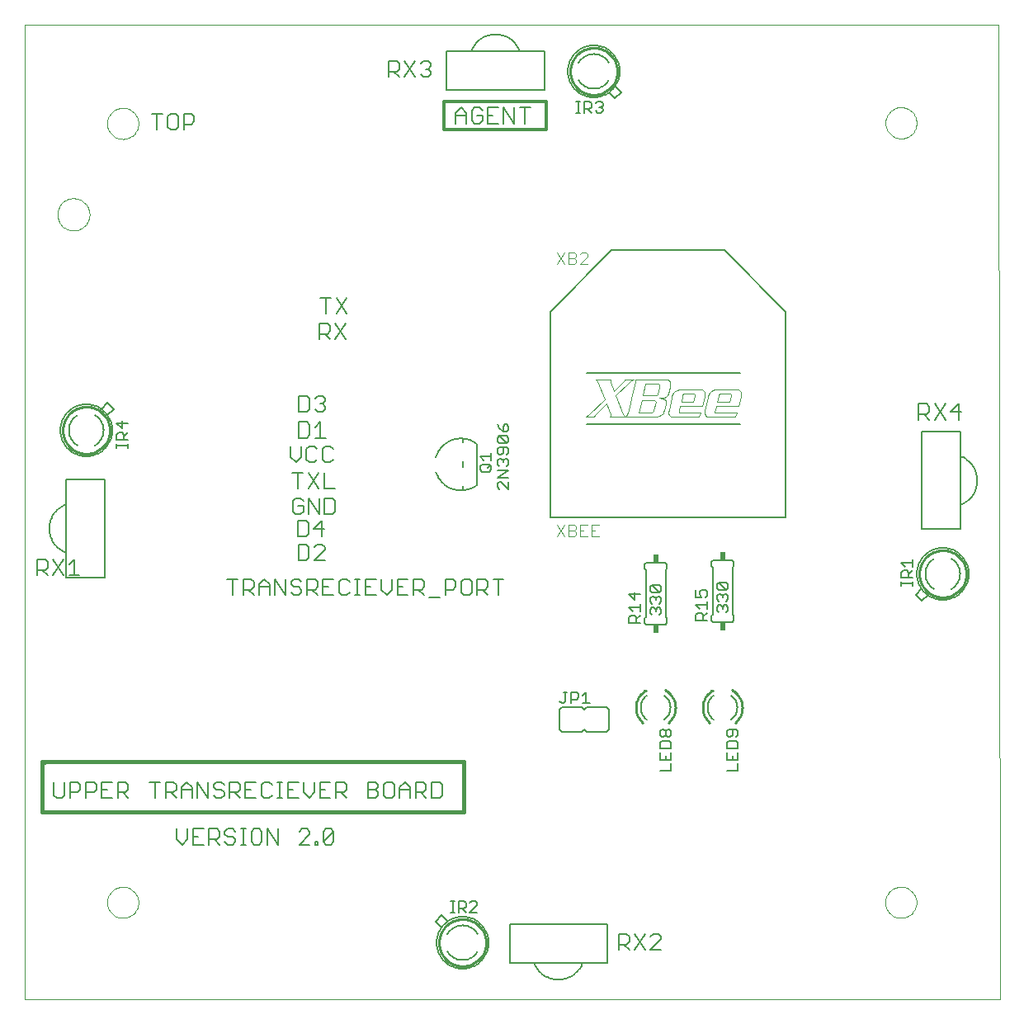
<source format=gto>
G75*
%MOIN*%
%OFA0B0*%
%FSLAX24Y24*%
%IPPOS*%
%LPD*%
%AMOC8*
5,1,8,0,0,1.08239X$1,22.5*
%
%ADD10C,0.0000*%
%ADD11C,0.0060*%
%ADD12C,0.0160*%
%ADD13C,0.0120*%
%ADD14C,0.0100*%
%ADD15C,0.0050*%
%ADD16R,0.0240X0.0340*%
%ADD17C,0.0080*%
%ADD18C,0.0040*%
D10*
X000100Y000100D02*
X000100Y039496D01*
X039464Y039496D01*
X039503Y000100D01*
X000100Y000100D01*
X003445Y004029D02*
X003447Y004079D01*
X003453Y004129D01*
X003463Y004178D01*
X003477Y004226D01*
X003494Y004273D01*
X003515Y004318D01*
X003540Y004362D01*
X003568Y004403D01*
X003600Y004442D01*
X003634Y004479D01*
X003671Y004513D01*
X003711Y004543D01*
X003753Y004570D01*
X003797Y004594D01*
X003843Y004615D01*
X003890Y004631D01*
X003938Y004644D01*
X003988Y004653D01*
X004037Y004658D01*
X004088Y004659D01*
X004138Y004656D01*
X004187Y004649D01*
X004236Y004638D01*
X004284Y004623D01*
X004330Y004605D01*
X004375Y004583D01*
X004418Y004557D01*
X004459Y004528D01*
X004498Y004496D01*
X004534Y004461D01*
X004566Y004423D01*
X004596Y004383D01*
X004623Y004340D01*
X004646Y004296D01*
X004665Y004250D01*
X004681Y004202D01*
X004693Y004153D01*
X004701Y004104D01*
X004705Y004054D01*
X004705Y004004D01*
X004701Y003954D01*
X004693Y003905D01*
X004681Y003856D01*
X004665Y003808D01*
X004646Y003762D01*
X004623Y003718D01*
X004596Y003675D01*
X004566Y003635D01*
X004534Y003597D01*
X004498Y003562D01*
X004459Y003530D01*
X004418Y003501D01*
X004375Y003475D01*
X004330Y003453D01*
X004284Y003435D01*
X004236Y003420D01*
X004187Y003409D01*
X004138Y003402D01*
X004088Y003399D01*
X004037Y003400D01*
X003988Y003405D01*
X003938Y003414D01*
X003890Y003427D01*
X003843Y003443D01*
X003797Y003464D01*
X003753Y003488D01*
X003711Y003515D01*
X003671Y003545D01*
X003634Y003579D01*
X003600Y003616D01*
X003568Y003655D01*
X003540Y003696D01*
X003515Y003740D01*
X003494Y003785D01*
X003477Y003832D01*
X003463Y003880D01*
X003453Y003929D01*
X003447Y003979D01*
X003445Y004029D01*
X001435Y031818D02*
X001437Y031868D01*
X001443Y031918D01*
X001453Y031968D01*
X001466Y032016D01*
X001483Y032064D01*
X001504Y032110D01*
X001528Y032154D01*
X001556Y032196D01*
X001587Y032236D01*
X001621Y032273D01*
X001658Y032308D01*
X001697Y032339D01*
X001738Y032368D01*
X001782Y032393D01*
X001828Y032415D01*
X001875Y032433D01*
X001923Y032447D01*
X001972Y032458D01*
X002022Y032465D01*
X002072Y032468D01*
X002123Y032467D01*
X002173Y032462D01*
X002223Y032453D01*
X002271Y032441D01*
X002319Y032424D01*
X002365Y032404D01*
X002410Y032381D01*
X002453Y032354D01*
X002493Y032324D01*
X002531Y032291D01*
X002566Y032255D01*
X002599Y032216D01*
X002628Y032175D01*
X002654Y032132D01*
X002677Y032087D01*
X002696Y032040D01*
X002711Y031992D01*
X002723Y031943D01*
X002731Y031893D01*
X002735Y031843D01*
X002735Y031793D01*
X002731Y031743D01*
X002723Y031693D01*
X002711Y031644D01*
X002696Y031596D01*
X002677Y031549D01*
X002654Y031504D01*
X002628Y031461D01*
X002599Y031420D01*
X002566Y031381D01*
X002531Y031345D01*
X002493Y031312D01*
X002453Y031282D01*
X002410Y031255D01*
X002365Y031232D01*
X002319Y031212D01*
X002271Y031195D01*
X002223Y031183D01*
X002173Y031174D01*
X002123Y031169D01*
X002072Y031168D01*
X002022Y031171D01*
X001972Y031178D01*
X001923Y031189D01*
X001875Y031203D01*
X001828Y031221D01*
X001782Y031243D01*
X001738Y031268D01*
X001697Y031297D01*
X001658Y031328D01*
X001621Y031363D01*
X001587Y031400D01*
X001556Y031440D01*
X001528Y031482D01*
X001504Y031526D01*
X001483Y031572D01*
X001466Y031620D01*
X001453Y031668D01*
X001443Y031718D01*
X001437Y031768D01*
X001435Y031818D01*
X003446Y035494D02*
X003448Y035544D01*
X003454Y035594D01*
X003464Y035643D01*
X003478Y035691D01*
X003495Y035738D01*
X003516Y035783D01*
X003541Y035827D01*
X003569Y035868D01*
X003601Y035907D01*
X003635Y035944D01*
X003672Y035978D01*
X003712Y036008D01*
X003754Y036035D01*
X003798Y036059D01*
X003844Y036080D01*
X003891Y036096D01*
X003939Y036109D01*
X003989Y036118D01*
X004038Y036123D01*
X004089Y036124D01*
X004139Y036121D01*
X004188Y036114D01*
X004237Y036103D01*
X004285Y036088D01*
X004331Y036070D01*
X004376Y036048D01*
X004419Y036022D01*
X004460Y035993D01*
X004499Y035961D01*
X004535Y035926D01*
X004567Y035888D01*
X004597Y035848D01*
X004624Y035805D01*
X004647Y035761D01*
X004666Y035715D01*
X004682Y035667D01*
X004694Y035618D01*
X004702Y035569D01*
X004706Y035519D01*
X004706Y035469D01*
X004702Y035419D01*
X004694Y035370D01*
X004682Y035321D01*
X004666Y035273D01*
X004647Y035227D01*
X004624Y035183D01*
X004597Y035140D01*
X004567Y035100D01*
X004535Y035062D01*
X004499Y035027D01*
X004460Y034995D01*
X004419Y034966D01*
X004376Y034940D01*
X004331Y034918D01*
X004285Y034900D01*
X004237Y034885D01*
X004188Y034874D01*
X004139Y034867D01*
X004089Y034864D01*
X004038Y034865D01*
X003989Y034870D01*
X003939Y034879D01*
X003891Y034892D01*
X003844Y034908D01*
X003798Y034929D01*
X003754Y034953D01*
X003712Y034980D01*
X003672Y035010D01*
X003635Y035044D01*
X003601Y035081D01*
X003569Y035120D01*
X003541Y035161D01*
X003516Y035205D01*
X003495Y035250D01*
X003478Y035297D01*
X003464Y035345D01*
X003454Y035394D01*
X003448Y035444D01*
X003446Y035494D01*
X034883Y035517D02*
X034885Y035567D01*
X034891Y035617D01*
X034901Y035666D01*
X034915Y035714D01*
X034932Y035761D01*
X034953Y035806D01*
X034978Y035850D01*
X035006Y035891D01*
X035038Y035930D01*
X035072Y035967D01*
X035109Y036001D01*
X035149Y036031D01*
X035191Y036058D01*
X035235Y036082D01*
X035281Y036103D01*
X035328Y036119D01*
X035376Y036132D01*
X035426Y036141D01*
X035475Y036146D01*
X035526Y036147D01*
X035576Y036144D01*
X035625Y036137D01*
X035674Y036126D01*
X035722Y036111D01*
X035768Y036093D01*
X035813Y036071D01*
X035856Y036045D01*
X035897Y036016D01*
X035936Y035984D01*
X035972Y035949D01*
X036004Y035911D01*
X036034Y035871D01*
X036061Y035828D01*
X036084Y035784D01*
X036103Y035738D01*
X036119Y035690D01*
X036131Y035641D01*
X036139Y035592D01*
X036143Y035542D01*
X036143Y035492D01*
X036139Y035442D01*
X036131Y035393D01*
X036119Y035344D01*
X036103Y035296D01*
X036084Y035250D01*
X036061Y035206D01*
X036034Y035163D01*
X036004Y035123D01*
X035972Y035085D01*
X035936Y035050D01*
X035897Y035018D01*
X035856Y034989D01*
X035813Y034963D01*
X035768Y034941D01*
X035722Y034923D01*
X035674Y034908D01*
X035625Y034897D01*
X035576Y034890D01*
X035526Y034887D01*
X035475Y034888D01*
X035426Y034893D01*
X035376Y034902D01*
X035328Y034915D01*
X035281Y034931D01*
X035235Y034952D01*
X035191Y034976D01*
X035149Y035003D01*
X035109Y035033D01*
X035072Y035067D01*
X035038Y035104D01*
X035006Y035143D01*
X034978Y035184D01*
X034953Y035228D01*
X034932Y035273D01*
X034915Y035320D01*
X034901Y035368D01*
X034891Y035417D01*
X034885Y035467D01*
X034883Y035517D01*
X034876Y004029D02*
X034878Y004079D01*
X034884Y004129D01*
X034894Y004178D01*
X034908Y004226D01*
X034925Y004273D01*
X034946Y004318D01*
X034971Y004362D01*
X034999Y004403D01*
X035031Y004442D01*
X035065Y004479D01*
X035102Y004513D01*
X035142Y004543D01*
X035184Y004570D01*
X035228Y004594D01*
X035274Y004615D01*
X035321Y004631D01*
X035369Y004644D01*
X035419Y004653D01*
X035468Y004658D01*
X035519Y004659D01*
X035569Y004656D01*
X035618Y004649D01*
X035667Y004638D01*
X035715Y004623D01*
X035761Y004605D01*
X035806Y004583D01*
X035849Y004557D01*
X035890Y004528D01*
X035929Y004496D01*
X035965Y004461D01*
X035997Y004423D01*
X036027Y004383D01*
X036054Y004340D01*
X036077Y004296D01*
X036096Y004250D01*
X036112Y004202D01*
X036124Y004153D01*
X036132Y004104D01*
X036136Y004054D01*
X036136Y004004D01*
X036132Y003954D01*
X036124Y003905D01*
X036112Y003856D01*
X036096Y003808D01*
X036077Y003762D01*
X036054Y003718D01*
X036027Y003675D01*
X035997Y003635D01*
X035965Y003597D01*
X035929Y003562D01*
X035890Y003530D01*
X035849Y003501D01*
X035806Y003475D01*
X035761Y003453D01*
X035715Y003435D01*
X035667Y003420D01*
X035618Y003409D01*
X035569Y003402D01*
X035519Y003399D01*
X035468Y003400D01*
X035419Y003405D01*
X035369Y003414D01*
X035321Y003427D01*
X035274Y003443D01*
X035228Y003464D01*
X035184Y003488D01*
X035142Y003515D01*
X035102Y003545D01*
X035065Y003579D01*
X035031Y003616D01*
X034999Y003655D01*
X034971Y003696D01*
X034946Y003740D01*
X034925Y003785D01*
X034908Y003832D01*
X034894Y003880D01*
X034884Y003929D01*
X034878Y003979D01*
X034876Y004029D01*
D11*
X027700Y011900D02*
X027702Y011945D01*
X027707Y011991D01*
X027715Y012035D01*
X027727Y012079D01*
X027743Y012122D01*
X027761Y012164D01*
X027783Y012204D01*
X027807Y012242D01*
X027834Y012278D01*
X027864Y012313D01*
X027897Y012344D01*
X027932Y012374D01*
X028900Y011900D02*
X028898Y011853D01*
X028892Y011805D01*
X028883Y011759D01*
X028870Y011713D01*
X028854Y011669D01*
X028833Y011625D01*
X028810Y011584D01*
X028784Y011545D01*
X028754Y011508D01*
X028721Y011473D01*
X028686Y011441D01*
X028649Y011412D01*
X028900Y011900D02*
X028898Y011946D01*
X028893Y011992D01*
X028884Y012038D01*
X028872Y012083D01*
X028856Y012126D01*
X028837Y012168D01*
X028814Y012209D01*
X028789Y012248D01*
X028761Y012284D01*
X028730Y012319D01*
X028696Y012351D01*
X028660Y012380D01*
X027700Y011900D02*
X027702Y011855D01*
X027707Y011809D01*
X027715Y011765D01*
X027727Y011721D01*
X027743Y011678D01*
X027761Y011636D01*
X027783Y011596D01*
X027807Y011558D01*
X027834Y011522D01*
X027864Y011487D01*
X027897Y011456D01*
X027932Y011426D01*
X025232Y012374D02*
X025197Y012344D01*
X025164Y012313D01*
X025134Y012278D01*
X025107Y012242D01*
X025083Y012204D01*
X025061Y012164D01*
X025043Y012122D01*
X025027Y012079D01*
X025015Y012035D01*
X025007Y011991D01*
X025002Y011945D01*
X025000Y011900D01*
X025960Y012380D02*
X025996Y012351D01*
X026030Y012319D01*
X026061Y012284D01*
X026089Y012248D01*
X026114Y012209D01*
X026137Y012168D01*
X026156Y012126D01*
X026172Y012083D01*
X026184Y012038D01*
X026193Y011992D01*
X026198Y011946D01*
X026200Y011900D01*
X025232Y011426D02*
X025197Y011456D01*
X025164Y011487D01*
X025134Y011522D01*
X025107Y011558D01*
X025083Y011596D01*
X025061Y011636D01*
X025043Y011678D01*
X025027Y011721D01*
X025015Y011765D01*
X025007Y011809D01*
X025002Y011855D01*
X025000Y011900D01*
X025949Y011412D02*
X025986Y011441D01*
X026021Y011473D01*
X026054Y011508D01*
X026084Y011545D01*
X026110Y011584D01*
X026133Y011625D01*
X026154Y011669D01*
X026170Y011713D01*
X026183Y011759D01*
X026192Y011805D01*
X026198Y011853D01*
X026200Y011900D01*
X023700Y011800D02*
X023700Y011000D01*
X023600Y010900D01*
X022800Y010900D01*
X022700Y011000D01*
X022600Y010900D01*
X021800Y010900D01*
X021700Y011000D01*
X021700Y011800D01*
X021800Y011900D01*
X022600Y011900D01*
X022700Y011800D01*
X022800Y011900D01*
X023600Y011900D01*
X023700Y011800D01*
X025250Y015250D02*
X025950Y015250D01*
X025967Y015252D01*
X025984Y015256D01*
X026000Y015263D01*
X026014Y015273D01*
X026027Y015286D01*
X026037Y015300D01*
X026044Y015316D01*
X026048Y015333D01*
X026050Y015350D01*
X026050Y015500D01*
X026000Y015550D01*
X026000Y017450D01*
X026050Y017500D01*
X026050Y017650D01*
X026048Y017667D01*
X026044Y017684D01*
X026037Y017700D01*
X026027Y017714D01*
X026014Y017727D01*
X026000Y017737D01*
X025984Y017744D01*
X025967Y017748D01*
X025950Y017750D01*
X025250Y017750D01*
X025233Y017748D01*
X025216Y017744D01*
X025200Y017737D01*
X025186Y017727D01*
X025173Y017714D01*
X025163Y017700D01*
X025156Y017684D01*
X025152Y017667D01*
X025150Y017650D01*
X025150Y017500D01*
X025200Y017450D01*
X025200Y015550D01*
X025150Y015500D01*
X025150Y015350D01*
X025152Y015333D01*
X025156Y015316D01*
X025163Y015300D01*
X025173Y015286D01*
X025186Y015273D01*
X025200Y015263D01*
X025216Y015256D01*
X025233Y015252D01*
X025250Y015250D01*
X027850Y015450D02*
X027850Y015600D01*
X027900Y015650D01*
X027900Y017550D01*
X027850Y017600D01*
X027850Y017750D01*
X027852Y017767D01*
X027856Y017784D01*
X027863Y017800D01*
X027873Y017814D01*
X027886Y017827D01*
X027900Y017837D01*
X027916Y017844D01*
X027933Y017848D01*
X027950Y017850D01*
X028650Y017850D01*
X028667Y017848D01*
X028684Y017844D01*
X028700Y017837D01*
X028714Y017827D01*
X028727Y017814D01*
X028737Y017800D01*
X028744Y017784D01*
X028748Y017767D01*
X028750Y017750D01*
X028750Y017600D01*
X028700Y017550D01*
X028700Y015650D01*
X028750Y015600D01*
X028750Y015450D01*
X028748Y015433D01*
X028744Y015416D01*
X028737Y015400D01*
X028727Y015386D01*
X028714Y015373D01*
X028700Y015363D01*
X028684Y015356D01*
X028667Y015352D01*
X028650Y015350D01*
X027950Y015350D01*
X027933Y015352D01*
X027916Y015356D01*
X027900Y015363D01*
X027886Y015373D01*
X027873Y015386D01*
X027863Y015400D01*
X027856Y015416D01*
X027852Y015433D01*
X027850Y015450D01*
X029028Y023341D02*
X022800Y023341D01*
X022800Y025429D02*
X029028Y025429D01*
X036228Y024168D02*
X036228Y023528D01*
X036228Y023741D02*
X036549Y023741D01*
X036655Y023848D01*
X036655Y024061D01*
X036549Y024168D01*
X036228Y024168D01*
X036442Y023741D02*
X036655Y023528D01*
X036873Y023528D02*
X037300Y024168D01*
X037518Y023848D02*
X037945Y023848D01*
X037838Y023528D02*
X037838Y024168D01*
X037518Y023848D01*
X037300Y023528D02*
X036873Y024168D01*
X037553Y017905D02*
X037597Y017877D01*
X037639Y017846D01*
X037678Y017811D01*
X037715Y017774D01*
X037749Y017735D01*
X037779Y017693D01*
X037807Y017649D01*
X037831Y017603D01*
X037852Y017555D01*
X037869Y017505D01*
X037883Y017455D01*
X037892Y017404D01*
X037898Y017352D01*
X037900Y017300D01*
X036150Y017300D02*
X036152Y017365D01*
X036158Y017429D01*
X036168Y017493D01*
X036182Y017556D01*
X036199Y017618D01*
X036221Y017679D01*
X036246Y017739D01*
X036275Y017797D01*
X036307Y017853D01*
X036343Y017907D01*
X036382Y017958D01*
X036424Y018007D01*
X036469Y018054D01*
X036517Y018097D01*
X036567Y018138D01*
X036620Y018175D01*
X036675Y018209D01*
X036732Y018240D01*
X036791Y018267D01*
X036851Y018290D01*
X036913Y018310D01*
X036975Y018326D01*
X037039Y018338D01*
X037103Y018346D01*
X037168Y018350D01*
X037232Y018350D01*
X037297Y018346D01*
X037361Y018338D01*
X037425Y018326D01*
X037487Y018310D01*
X037549Y018290D01*
X037609Y018267D01*
X037668Y018240D01*
X037725Y018209D01*
X037780Y018175D01*
X037833Y018138D01*
X037883Y018097D01*
X037931Y018054D01*
X037976Y018007D01*
X038018Y017958D01*
X038057Y017907D01*
X038093Y017853D01*
X038125Y017797D01*
X038154Y017739D01*
X038179Y017679D01*
X038201Y017618D01*
X038218Y017556D01*
X038232Y017493D01*
X038242Y017429D01*
X038248Y017365D01*
X038250Y017300D01*
X038248Y017235D01*
X038242Y017171D01*
X038232Y017107D01*
X038218Y017044D01*
X038201Y016982D01*
X038179Y016921D01*
X038154Y016861D01*
X038125Y016803D01*
X038093Y016747D01*
X038057Y016693D01*
X038018Y016642D01*
X037976Y016593D01*
X037931Y016546D01*
X037883Y016503D01*
X037833Y016462D01*
X037780Y016425D01*
X037725Y016391D01*
X037668Y016360D01*
X037609Y016333D01*
X037549Y016310D01*
X037487Y016290D01*
X037425Y016274D01*
X037361Y016262D01*
X037297Y016254D01*
X037232Y016250D01*
X037168Y016250D01*
X037103Y016254D01*
X037039Y016262D01*
X036975Y016274D01*
X036913Y016290D01*
X036851Y016310D01*
X036791Y016333D01*
X036732Y016360D01*
X036675Y016391D01*
X036620Y016425D01*
X036567Y016462D01*
X036517Y016503D01*
X036469Y016546D01*
X036424Y016593D01*
X036382Y016642D01*
X036343Y016693D01*
X036307Y016747D01*
X036275Y016803D01*
X036246Y016861D01*
X036221Y016921D01*
X036199Y016982D01*
X036182Y017044D01*
X036168Y017107D01*
X036158Y017171D01*
X036152Y017235D01*
X036150Y017300D01*
X036350Y016700D02*
X036100Y016450D01*
X036350Y016200D01*
X036600Y016450D01*
X037553Y016695D02*
X037597Y016723D01*
X037639Y016754D01*
X037678Y016789D01*
X037715Y016826D01*
X037749Y016865D01*
X037779Y016907D01*
X037807Y016951D01*
X037831Y016997D01*
X037852Y017045D01*
X037869Y017095D01*
X037883Y017145D01*
X037892Y017196D01*
X037898Y017248D01*
X037900Y017300D01*
X036847Y016695D02*
X036803Y016723D01*
X036761Y016754D01*
X036722Y016789D01*
X036685Y016826D01*
X036651Y016865D01*
X036621Y016907D01*
X036593Y016951D01*
X036569Y016997D01*
X036548Y017045D01*
X036531Y017095D01*
X036517Y017145D01*
X036508Y017196D01*
X036502Y017248D01*
X036500Y017300D01*
X036502Y017352D01*
X036508Y017404D01*
X036517Y017455D01*
X036531Y017505D01*
X036548Y017555D01*
X036569Y017603D01*
X036593Y017649D01*
X036621Y017693D01*
X036651Y017735D01*
X036685Y017774D01*
X036722Y017811D01*
X036761Y017846D01*
X036803Y017877D01*
X036847Y017905D01*
X025716Y002755D02*
X025502Y002755D01*
X025395Y002648D01*
X025178Y002755D02*
X024751Y002114D01*
X024533Y002114D02*
X024320Y002328D01*
X024427Y002328D02*
X024106Y002328D01*
X024106Y002114D02*
X024106Y002755D01*
X024427Y002755D01*
X024533Y002648D01*
X024533Y002435D01*
X024427Y002328D01*
X024751Y002755D02*
X025178Y002114D01*
X025395Y002114D02*
X025823Y002541D01*
X025823Y002648D01*
X025716Y002755D01*
X025823Y002114D02*
X025395Y002114D01*
X018405Y002047D02*
X018377Y002003D01*
X018346Y001961D01*
X018311Y001922D01*
X018274Y001885D01*
X018235Y001851D01*
X018193Y001821D01*
X018149Y001793D01*
X018103Y001769D01*
X018055Y001748D01*
X018005Y001731D01*
X017955Y001717D01*
X017904Y001708D01*
X017852Y001702D01*
X017800Y001700D01*
X017195Y002753D02*
X017223Y002797D01*
X017254Y002839D01*
X017289Y002878D01*
X017326Y002915D01*
X017365Y002949D01*
X017407Y002979D01*
X017451Y003007D01*
X017497Y003031D01*
X017545Y003052D01*
X017595Y003069D01*
X017645Y003083D01*
X017696Y003092D01*
X017748Y003098D01*
X017800Y003100D01*
X017200Y003250D02*
X016950Y003500D01*
X016700Y003250D01*
X016950Y003000D01*
X017195Y002047D02*
X017223Y002003D01*
X017254Y001961D01*
X017289Y001922D01*
X017326Y001885D01*
X017365Y001851D01*
X017407Y001821D01*
X017451Y001793D01*
X017497Y001769D01*
X017545Y001748D01*
X017595Y001731D01*
X017645Y001717D01*
X017696Y001708D01*
X017748Y001702D01*
X017800Y001700D01*
X018405Y002753D02*
X018377Y002797D01*
X018346Y002839D01*
X018311Y002878D01*
X018274Y002915D01*
X018235Y002949D01*
X018193Y002979D01*
X018149Y003007D01*
X018103Y003031D01*
X018055Y003052D01*
X018005Y003069D01*
X017955Y003083D01*
X017904Y003092D01*
X017852Y003098D01*
X017800Y003100D01*
X016750Y002400D02*
X016752Y002465D01*
X016758Y002529D01*
X016768Y002593D01*
X016782Y002656D01*
X016799Y002718D01*
X016821Y002779D01*
X016846Y002839D01*
X016875Y002897D01*
X016907Y002953D01*
X016943Y003007D01*
X016982Y003058D01*
X017024Y003107D01*
X017069Y003154D01*
X017117Y003197D01*
X017167Y003238D01*
X017220Y003275D01*
X017275Y003309D01*
X017332Y003340D01*
X017391Y003367D01*
X017451Y003390D01*
X017513Y003410D01*
X017575Y003426D01*
X017639Y003438D01*
X017703Y003446D01*
X017768Y003450D01*
X017832Y003450D01*
X017897Y003446D01*
X017961Y003438D01*
X018025Y003426D01*
X018087Y003410D01*
X018149Y003390D01*
X018209Y003367D01*
X018268Y003340D01*
X018325Y003309D01*
X018380Y003275D01*
X018433Y003238D01*
X018483Y003197D01*
X018531Y003154D01*
X018576Y003107D01*
X018618Y003058D01*
X018657Y003007D01*
X018693Y002953D01*
X018725Y002897D01*
X018754Y002839D01*
X018779Y002779D01*
X018801Y002718D01*
X018818Y002656D01*
X018832Y002593D01*
X018842Y002529D01*
X018848Y002465D01*
X018850Y002400D01*
X018848Y002335D01*
X018842Y002271D01*
X018832Y002207D01*
X018818Y002144D01*
X018801Y002082D01*
X018779Y002021D01*
X018754Y001961D01*
X018725Y001903D01*
X018693Y001847D01*
X018657Y001793D01*
X018618Y001742D01*
X018576Y001693D01*
X018531Y001646D01*
X018483Y001603D01*
X018433Y001562D01*
X018380Y001525D01*
X018325Y001491D01*
X018268Y001460D01*
X018209Y001433D01*
X018149Y001410D01*
X018087Y001390D01*
X018025Y001374D01*
X017961Y001362D01*
X017897Y001354D01*
X017832Y001350D01*
X017768Y001350D01*
X017703Y001354D01*
X017639Y001362D01*
X017575Y001374D01*
X017513Y001390D01*
X017451Y001410D01*
X017391Y001433D01*
X017332Y001460D01*
X017275Y001491D01*
X017220Y001525D01*
X017167Y001562D01*
X017117Y001603D01*
X017069Y001646D01*
X017024Y001693D01*
X016982Y001742D01*
X016943Y001793D01*
X016907Y001847D01*
X016875Y001903D01*
X016846Y001961D01*
X016821Y002021D01*
X016799Y002082D01*
X016782Y002144D01*
X016768Y002207D01*
X016758Y002271D01*
X016752Y002335D01*
X016750Y002400D01*
X012598Y006469D02*
X012598Y006896D01*
X012171Y006469D01*
X012278Y006363D01*
X012491Y006363D01*
X012598Y006469D01*
X012171Y006469D02*
X012171Y006896D01*
X012278Y007003D01*
X012491Y007003D01*
X012598Y006896D01*
X011956Y006469D02*
X011956Y006363D01*
X011849Y006363D01*
X011849Y006469D01*
X011956Y006469D01*
X011631Y006363D02*
X011204Y006363D01*
X011631Y006790D01*
X011631Y006896D01*
X011525Y007003D01*
X011311Y007003D01*
X011204Y006896D01*
X010342Y007003D02*
X010342Y006363D01*
X009915Y007003D01*
X009915Y006363D01*
X009698Y006469D02*
X009698Y006896D01*
X009591Y007003D01*
X009377Y007003D01*
X009271Y006896D01*
X009271Y006469D01*
X009377Y006363D01*
X009591Y006363D01*
X009698Y006469D01*
X009054Y006363D02*
X008841Y006363D01*
X008948Y006363D02*
X008948Y007003D01*
X009054Y007003D02*
X008841Y007003D01*
X008623Y006896D02*
X008517Y007003D01*
X008303Y007003D01*
X008196Y006896D01*
X008196Y006790D01*
X008303Y006683D01*
X008517Y006683D01*
X008623Y006576D01*
X008623Y006469D01*
X008517Y006363D01*
X008303Y006363D01*
X008196Y006469D01*
X007979Y006363D02*
X007765Y006576D01*
X007872Y006576D02*
X007552Y006576D01*
X007552Y006363D02*
X007552Y007003D01*
X007872Y007003D01*
X007979Y006896D01*
X007979Y006683D01*
X007872Y006576D01*
X007334Y006363D02*
X006907Y006363D01*
X006907Y007003D01*
X007334Y007003D01*
X007121Y006683D02*
X006907Y006683D01*
X006690Y006576D02*
X006690Y007003D01*
X006690Y006576D02*
X006476Y006363D01*
X006263Y006576D01*
X006263Y007003D01*
X006232Y008258D02*
X006018Y008471D01*
X006125Y008471D02*
X005805Y008471D01*
X005805Y008258D02*
X005805Y008898D01*
X006125Y008898D01*
X006232Y008792D01*
X006232Y008578D01*
X006125Y008471D01*
X006449Y008578D02*
X006876Y008578D01*
X006876Y008685D02*
X006876Y008258D01*
X007094Y008258D02*
X007094Y008898D01*
X007521Y008258D01*
X007521Y008898D01*
X007738Y008792D02*
X007738Y008685D01*
X007845Y008578D01*
X008058Y008578D01*
X008165Y008471D01*
X008165Y008364D01*
X008058Y008258D01*
X007845Y008258D01*
X007738Y008364D01*
X007738Y008792D02*
X007845Y008898D01*
X008058Y008898D01*
X008165Y008792D01*
X008383Y008898D02*
X008703Y008898D01*
X008810Y008792D01*
X008810Y008578D01*
X008703Y008471D01*
X008383Y008471D01*
X008596Y008471D02*
X008810Y008258D01*
X009027Y008258D02*
X009454Y008258D01*
X009672Y008364D02*
X009779Y008258D01*
X009992Y008258D01*
X010099Y008364D01*
X010316Y008258D02*
X010530Y008258D01*
X010423Y008258D02*
X010423Y008898D01*
X010316Y008898D02*
X010530Y008898D01*
X010746Y008898D02*
X010746Y008258D01*
X011173Y008258D01*
X011391Y008471D02*
X011604Y008258D01*
X011818Y008471D01*
X011818Y008898D01*
X012035Y008898D02*
X012035Y008258D01*
X012462Y008258D01*
X012680Y008258D02*
X012680Y008898D01*
X013000Y008898D01*
X013107Y008792D01*
X013107Y008578D01*
X013000Y008471D01*
X012680Y008471D01*
X012893Y008471D02*
X013107Y008258D01*
X013969Y008258D02*
X013969Y008898D01*
X014289Y008898D01*
X014396Y008792D01*
X014396Y008685D01*
X014289Y008578D01*
X013969Y008578D01*
X014289Y008578D02*
X014396Y008471D01*
X014396Y008364D01*
X014289Y008258D01*
X013969Y008258D01*
X014613Y008364D02*
X014720Y008258D01*
X014934Y008258D01*
X015040Y008364D01*
X015040Y008792D01*
X014934Y008898D01*
X014720Y008898D01*
X014613Y008792D01*
X014613Y008364D01*
X015258Y008258D02*
X015258Y008685D01*
X015471Y008898D01*
X015685Y008685D01*
X015685Y008258D01*
X015902Y008258D02*
X015902Y008898D01*
X016223Y008898D01*
X016329Y008792D01*
X016329Y008578D01*
X016223Y008471D01*
X015902Y008471D01*
X016116Y008471D02*
X016329Y008258D01*
X016547Y008258D02*
X016867Y008258D01*
X016974Y008364D01*
X016974Y008792D01*
X016867Y008898D01*
X016547Y008898D01*
X016547Y008258D01*
X015685Y008578D02*
X015258Y008578D01*
X012462Y008898D02*
X012035Y008898D01*
X012035Y008578D02*
X012249Y008578D01*
X011391Y008471D02*
X011391Y008898D01*
X011173Y008898D02*
X010746Y008898D01*
X010746Y008578D02*
X010960Y008578D01*
X010099Y008792D02*
X009992Y008898D01*
X009779Y008898D01*
X009672Y008792D01*
X009672Y008364D01*
X009241Y008578D02*
X009027Y008578D01*
X009027Y008898D02*
X009027Y008258D01*
X008383Y008258D02*
X008383Y008898D01*
X009027Y008898D02*
X009454Y008898D01*
X006876Y008685D02*
X006663Y008898D01*
X006449Y008685D01*
X006449Y008258D01*
X005587Y008898D02*
X005160Y008898D01*
X005373Y008898D02*
X005373Y008258D01*
X004298Y008258D02*
X004084Y008471D01*
X004191Y008471D02*
X003871Y008471D01*
X003871Y008258D02*
X003871Y008898D01*
X004191Y008898D01*
X004298Y008792D01*
X004298Y008578D01*
X004191Y008471D01*
X003653Y008258D02*
X003226Y008258D01*
X003226Y008898D01*
X003653Y008898D01*
X003440Y008578D02*
X003226Y008578D01*
X003009Y008578D02*
X003009Y008792D01*
X002902Y008898D01*
X002582Y008898D01*
X002582Y008258D01*
X002582Y008471D02*
X002902Y008471D01*
X003009Y008578D01*
X002364Y008578D02*
X002257Y008471D01*
X001937Y008471D01*
X001937Y008258D02*
X001937Y008898D01*
X002257Y008898D01*
X002364Y008792D01*
X002364Y008578D01*
X001720Y008364D02*
X001613Y008258D01*
X001399Y008258D01*
X001293Y008364D01*
X001293Y008898D01*
X001720Y008898D02*
X001720Y008364D01*
X008507Y016448D02*
X008507Y017088D01*
X008720Y017088D02*
X008293Y017088D01*
X008938Y017088D02*
X008938Y016448D01*
X008938Y016661D02*
X009258Y016661D01*
X009365Y016768D01*
X009365Y016982D01*
X009258Y017088D01*
X008938Y017088D01*
X009151Y016661D02*
X009365Y016448D01*
X009582Y016448D02*
X009582Y016875D01*
X009796Y017088D01*
X010009Y016875D01*
X010009Y016448D01*
X010227Y016448D02*
X010227Y017088D01*
X010654Y016448D01*
X010654Y017088D01*
X010871Y016982D02*
X010871Y016875D01*
X010978Y016768D01*
X011191Y016768D01*
X011298Y016661D01*
X011298Y016555D01*
X011191Y016448D01*
X010978Y016448D01*
X010871Y016555D01*
X010871Y016982D02*
X010978Y017088D01*
X011191Y017088D01*
X011298Y016982D01*
X011516Y017088D02*
X011516Y016448D01*
X011516Y016661D02*
X011836Y016661D01*
X011943Y016768D01*
X011943Y016982D01*
X011836Y017088D01*
X011516Y017088D01*
X011729Y016661D02*
X011943Y016448D01*
X012160Y016448D02*
X012587Y016448D01*
X012805Y016555D02*
X012805Y016982D01*
X012912Y017088D01*
X013125Y017088D01*
X013232Y016982D01*
X013449Y017088D02*
X013663Y017088D01*
X013556Y017088D02*
X013556Y016448D01*
X013449Y016448D02*
X013663Y016448D01*
X013879Y016448D02*
X014306Y016448D01*
X014524Y016661D02*
X014737Y016448D01*
X014951Y016661D01*
X014951Y017088D01*
X015168Y017088D02*
X015168Y016448D01*
X015595Y016448D01*
X015813Y016448D02*
X015813Y017088D01*
X016133Y017088D01*
X016240Y016982D01*
X016240Y016768D01*
X016133Y016661D01*
X015813Y016661D01*
X016026Y016661D02*
X016240Y016448D01*
X016457Y016341D02*
X016884Y016341D01*
X017102Y016448D02*
X017102Y017088D01*
X017422Y017088D01*
X017529Y016982D01*
X017529Y016768D01*
X017422Y016661D01*
X017102Y016661D01*
X017746Y016555D02*
X017853Y016448D01*
X018067Y016448D01*
X018173Y016555D01*
X018173Y016982D01*
X018067Y017088D01*
X017853Y017088D01*
X017746Y016982D01*
X017746Y016555D01*
X018391Y016661D02*
X018711Y016661D01*
X018818Y016768D01*
X018818Y016982D01*
X018711Y017088D01*
X018391Y017088D01*
X018391Y016448D01*
X018604Y016661D02*
X018818Y016448D01*
X019249Y016448D02*
X019249Y017088D01*
X019036Y017088D02*
X019463Y017088D01*
X017830Y020675D02*
X017830Y020833D01*
X018380Y020895D02*
X018380Y022545D01*
X017830Y022607D02*
X017830Y022765D01*
X017830Y021833D02*
X017830Y021607D01*
X018380Y020895D02*
X018329Y020858D01*
X018276Y020823D01*
X018220Y020791D01*
X018163Y020763D01*
X018104Y020739D01*
X018044Y020718D01*
X017983Y020701D01*
X017921Y020687D01*
X017858Y020678D01*
X017795Y020672D01*
X017731Y020670D01*
X017667Y020672D01*
X017604Y020678D01*
X017541Y020687D01*
X017479Y020700D01*
X017418Y020718D01*
X017358Y020738D01*
X017299Y020763D01*
X017242Y020791D01*
X017186Y020822D01*
X017133Y020856D01*
X017082Y020894D01*
X017033Y020935D01*
X016987Y020979D01*
X016943Y021025D01*
X016902Y021074D01*
X016865Y021125D01*
X016830Y021179D01*
X016799Y021234D01*
X016771Y021291D01*
X016747Y021350D01*
X016727Y021410D01*
X016727Y022030D02*
X016747Y022090D01*
X016771Y022149D01*
X016799Y022206D01*
X016830Y022261D01*
X016865Y022315D01*
X016902Y022366D01*
X016943Y022415D01*
X016987Y022461D01*
X017033Y022505D01*
X017082Y022546D01*
X017133Y022584D01*
X017186Y022618D01*
X017242Y022650D01*
X017299Y022677D01*
X017358Y022702D01*
X017418Y022722D01*
X017479Y022740D01*
X017541Y022753D01*
X017604Y022762D01*
X017667Y022768D01*
X017731Y022770D01*
X017795Y022768D01*
X017858Y022762D01*
X017921Y022753D01*
X017983Y022739D01*
X018044Y022722D01*
X018104Y022701D01*
X018163Y022677D01*
X018220Y022649D01*
X018276Y022617D01*
X018329Y022582D01*
X018380Y022545D01*
X015595Y017088D02*
X015168Y017088D01*
X015168Y016768D02*
X015382Y016768D01*
X014524Y016661D02*
X014524Y017088D01*
X014306Y017088D02*
X013879Y017088D01*
X013879Y016448D01*
X013879Y016768D02*
X014093Y016768D01*
X013232Y016555D02*
X013125Y016448D01*
X012912Y016448D01*
X012805Y016555D01*
X012374Y016768D02*
X012160Y016768D01*
X012160Y017088D02*
X012160Y016448D01*
X012160Y017088D02*
X012587Y017088D01*
X012237Y017839D02*
X011810Y017839D01*
X012237Y018266D01*
X012237Y018372D01*
X012130Y018479D01*
X011917Y018479D01*
X011810Y018372D01*
X011592Y018372D02*
X011486Y018479D01*
X011165Y018479D01*
X011165Y017839D01*
X011486Y017839D01*
X011592Y017945D01*
X011592Y018372D01*
X011474Y018807D02*
X011581Y018914D01*
X011581Y019341D01*
X011474Y019448D01*
X011154Y019448D01*
X011154Y018807D01*
X011474Y018807D01*
X011798Y019127D02*
X012225Y019127D01*
X012118Y018807D02*
X012118Y019448D01*
X011798Y019127D01*
X011587Y019723D02*
X011587Y020364D01*
X012014Y019723D01*
X012014Y020364D01*
X012231Y020364D02*
X012551Y020364D01*
X012658Y020257D01*
X012658Y019830D01*
X012551Y019723D01*
X012231Y019723D01*
X012231Y020364D01*
X012210Y020732D02*
X012637Y020732D01*
X012210Y020732D02*
X012210Y021373D01*
X011993Y021373D02*
X011566Y020732D01*
X011993Y020732D02*
X011566Y021373D01*
X011348Y021373D02*
X010921Y021373D01*
X011135Y021373D02*
X011135Y020732D01*
X011049Y020364D02*
X010942Y020257D01*
X010942Y019830D01*
X011049Y019723D01*
X011262Y019723D01*
X011369Y019830D01*
X011369Y020043D01*
X011156Y020043D01*
X011369Y020257D02*
X011262Y020364D01*
X011049Y020364D01*
X011066Y021813D02*
X011279Y022026D01*
X011279Y022453D01*
X011497Y022347D02*
X011497Y021919D01*
X011604Y021813D01*
X011817Y021813D01*
X011924Y021919D01*
X012141Y021919D02*
X012248Y021813D01*
X012462Y021813D01*
X012568Y021919D01*
X012141Y021919D02*
X012141Y022347D01*
X012248Y022453D01*
X012462Y022453D01*
X012568Y022347D01*
X012269Y022795D02*
X011841Y022795D01*
X012055Y022795D02*
X012055Y023436D01*
X011841Y023222D01*
X011624Y023329D02*
X011517Y023436D01*
X011197Y023436D01*
X011197Y022795D01*
X011517Y022795D01*
X011624Y022902D01*
X011624Y023329D01*
X011509Y023847D02*
X011189Y023847D01*
X011189Y024487D01*
X011509Y024487D01*
X011616Y024380D01*
X011616Y023953D01*
X011509Y023847D01*
X011834Y023953D02*
X011940Y023847D01*
X012154Y023847D01*
X012261Y023953D01*
X012261Y024060D01*
X012154Y024167D01*
X012047Y024167D01*
X012154Y024167D02*
X012261Y024274D01*
X012261Y024380D01*
X012154Y024487D01*
X011940Y024487D01*
X011834Y024380D01*
X011817Y022453D02*
X011604Y022453D01*
X011497Y022347D01*
X011817Y022453D02*
X011924Y022347D01*
X011066Y021813D02*
X010852Y022026D01*
X010852Y022453D01*
X012020Y026784D02*
X012020Y027424D01*
X012340Y027424D01*
X012447Y027317D01*
X012447Y027104D01*
X012340Y026997D01*
X012020Y026997D01*
X012233Y026997D02*
X012447Y026784D01*
X012664Y026784D02*
X013091Y027424D01*
X013131Y027807D02*
X012704Y028448D01*
X012486Y028448D02*
X012059Y028448D01*
X012273Y028448D02*
X012273Y027807D01*
X012664Y027424D02*
X013091Y026784D01*
X012704Y027807D02*
X013131Y028448D01*
X017528Y035493D02*
X017528Y035920D01*
X017742Y036134D01*
X017955Y035920D01*
X017955Y035493D01*
X018173Y035600D02*
X018280Y035493D01*
X018493Y035493D01*
X018600Y035600D01*
X018600Y035813D01*
X018386Y035813D01*
X018173Y036027D02*
X018173Y035600D01*
X017955Y035813D02*
X017528Y035813D01*
X018173Y036027D02*
X018280Y036134D01*
X018493Y036134D01*
X018600Y036027D01*
X018817Y036134D02*
X018817Y035493D01*
X019244Y035493D01*
X019462Y035493D02*
X019462Y036134D01*
X019889Y035493D01*
X019889Y036134D01*
X020106Y036134D02*
X020533Y036134D01*
X020320Y036134D02*
X020320Y035493D01*
X019244Y036134D02*
X018817Y036134D01*
X018817Y035813D02*
X019031Y035813D01*
X016531Y037481D02*
X016424Y037374D01*
X016211Y037374D01*
X016104Y037481D01*
X015887Y037374D02*
X015460Y038015D01*
X015242Y037908D02*
X015242Y037694D01*
X015135Y037588D01*
X014815Y037588D01*
X015029Y037588D02*
X015242Y037374D01*
X015460Y037374D02*
X015887Y038015D01*
X016104Y037908D02*
X016211Y038015D01*
X016424Y038015D01*
X016531Y037908D01*
X016531Y037801D01*
X016424Y037694D01*
X016531Y037588D01*
X016531Y037481D01*
X016424Y037694D02*
X016318Y037694D01*
X015242Y037908D02*
X015135Y038015D01*
X014815Y038015D01*
X014815Y037374D01*
X006964Y035782D02*
X006964Y035568D01*
X006857Y035462D01*
X006537Y035462D01*
X006537Y035248D02*
X006537Y035889D01*
X006857Y035889D01*
X006964Y035782D01*
X006320Y035782D02*
X006320Y035355D01*
X006213Y035248D01*
X005999Y035248D01*
X005893Y035355D01*
X005893Y035782D01*
X005999Y035889D01*
X006213Y035889D01*
X006320Y035782D01*
X005675Y035889D02*
X005248Y035889D01*
X005462Y035889D02*
X005462Y035248D01*
X003450Y024200D02*
X003700Y023950D01*
X003450Y023700D01*
X003200Y023950D02*
X003450Y024200D01*
X002247Y023705D02*
X002203Y023677D01*
X002161Y023646D01*
X002122Y023611D01*
X002085Y023574D01*
X002051Y023535D01*
X002021Y023493D01*
X001993Y023449D01*
X001969Y023403D01*
X001948Y023355D01*
X001931Y023305D01*
X001917Y023255D01*
X001908Y023204D01*
X001902Y023152D01*
X001900Y023100D01*
X002953Y023705D02*
X002997Y023677D01*
X003039Y023646D01*
X003078Y023611D01*
X003115Y023574D01*
X003149Y023535D01*
X003179Y023493D01*
X003207Y023449D01*
X003231Y023403D01*
X003252Y023355D01*
X003269Y023305D01*
X003283Y023255D01*
X003292Y023204D01*
X003298Y023152D01*
X003300Y023100D01*
X001550Y023100D02*
X001552Y023165D01*
X001558Y023229D01*
X001568Y023293D01*
X001582Y023356D01*
X001599Y023418D01*
X001621Y023479D01*
X001646Y023539D01*
X001675Y023597D01*
X001707Y023653D01*
X001743Y023707D01*
X001782Y023758D01*
X001824Y023807D01*
X001869Y023854D01*
X001917Y023897D01*
X001967Y023938D01*
X002020Y023975D01*
X002075Y024009D01*
X002132Y024040D01*
X002191Y024067D01*
X002251Y024090D01*
X002313Y024110D01*
X002375Y024126D01*
X002439Y024138D01*
X002503Y024146D01*
X002568Y024150D01*
X002632Y024150D01*
X002697Y024146D01*
X002761Y024138D01*
X002825Y024126D01*
X002887Y024110D01*
X002949Y024090D01*
X003009Y024067D01*
X003068Y024040D01*
X003125Y024009D01*
X003180Y023975D01*
X003233Y023938D01*
X003283Y023897D01*
X003331Y023854D01*
X003376Y023807D01*
X003418Y023758D01*
X003457Y023707D01*
X003493Y023653D01*
X003525Y023597D01*
X003554Y023539D01*
X003579Y023479D01*
X003601Y023418D01*
X003618Y023356D01*
X003632Y023293D01*
X003642Y023229D01*
X003648Y023165D01*
X003650Y023100D01*
X003648Y023035D01*
X003642Y022971D01*
X003632Y022907D01*
X003618Y022844D01*
X003601Y022782D01*
X003579Y022721D01*
X003554Y022661D01*
X003525Y022603D01*
X003493Y022547D01*
X003457Y022493D01*
X003418Y022442D01*
X003376Y022393D01*
X003331Y022346D01*
X003283Y022303D01*
X003233Y022262D01*
X003180Y022225D01*
X003125Y022191D01*
X003068Y022160D01*
X003009Y022133D01*
X002949Y022110D01*
X002887Y022090D01*
X002825Y022074D01*
X002761Y022062D01*
X002697Y022054D01*
X002632Y022050D01*
X002568Y022050D01*
X002503Y022054D01*
X002439Y022062D01*
X002375Y022074D01*
X002313Y022090D01*
X002251Y022110D01*
X002191Y022133D01*
X002132Y022160D01*
X002075Y022191D01*
X002020Y022225D01*
X001967Y022262D01*
X001917Y022303D01*
X001869Y022346D01*
X001824Y022393D01*
X001782Y022442D01*
X001743Y022493D01*
X001707Y022547D01*
X001675Y022603D01*
X001646Y022661D01*
X001621Y022721D01*
X001599Y022782D01*
X001582Y022844D01*
X001568Y022907D01*
X001558Y022971D01*
X001552Y023035D01*
X001550Y023100D01*
X002953Y022495D02*
X002997Y022523D01*
X003039Y022554D01*
X003078Y022589D01*
X003115Y022626D01*
X003149Y022665D01*
X003179Y022707D01*
X003207Y022751D01*
X003231Y022797D01*
X003252Y022845D01*
X003269Y022895D01*
X003283Y022945D01*
X003292Y022996D01*
X003298Y023048D01*
X003300Y023100D01*
X002247Y022495D02*
X002203Y022523D01*
X002161Y022554D01*
X002122Y022589D01*
X002085Y022626D01*
X002051Y022665D01*
X002021Y022707D01*
X001993Y022751D01*
X001969Y022797D01*
X001948Y022845D01*
X001931Y022895D01*
X001917Y022945D01*
X001908Y022996D01*
X001902Y023048D01*
X001900Y023100D01*
X001687Y017879D02*
X001260Y017239D01*
X001042Y017239D02*
X000829Y017452D01*
X000935Y017452D02*
X000615Y017452D01*
X000615Y017239D02*
X000615Y017879D01*
X000935Y017879D01*
X001042Y017773D01*
X001042Y017559D01*
X000935Y017452D01*
X001260Y017879D02*
X001687Y017239D01*
X001904Y017239D02*
X002331Y017239D01*
X002118Y017239D02*
X002118Y017879D01*
X001904Y017666D01*
X009582Y016768D02*
X010009Y016768D01*
X023950Y036500D02*
X023700Y036750D01*
X023950Y037000D02*
X024200Y036750D01*
X023950Y036500D01*
X023705Y037953D02*
X023677Y037997D01*
X023646Y038039D01*
X023611Y038078D01*
X023574Y038115D01*
X023535Y038149D01*
X023493Y038179D01*
X023449Y038207D01*
X023403Y038231D01*
X023355Y038252D01*
X023305Y038269D01*
X023255Y038283D01*
X023204Y038292D01*
X023152Y038298D01*
X023100Y038300D01*
X022050Y037600D02*
X022052Y037665D01*
X022058Y037729D01*
X022068Y037793D01*
X022082Y037856D01*
X022099Y037918D01*
X022121Y037979D01*
X022146Y038039D01*
X022175Y038097D01*
X022207Y038153D01*
X022243Y038207D01*
X022282Y038258D01*
X022324Y038307D01*
X022369Y038354D01*
X022417Y038397D01*
X022467Y038438D01*
X022520Y038475D01*
X022575Y038509D01*
X022632Y038540D01*
X022691Y038567D01*
X022751Y038590D01*
X022813Y038610D01*
X022875Y038626D01*
X022939Y038638D01*
X023003Y038646D01*
X023068Y038650D01*
X023132Y038650D01*
X023197Y038646D01*
X023261Y038638D01*
X023325Y038626D01*
X023387Y038610D01*
X023449Y038590D01*
X023509Y038567D01*
X023568Y038540D01*
X023625Y038509D01*
X023680Y038475D01*
X023733Y038438D01*
X023783Y038397D01*
X023831Y038354D01*
X023876Y038307D01*
X023918Y038258D01*
X023957Y038207D01*
X023993Y038153D01*
X024025Y038097D01*
X024054Y038039D01*
X024079Y037979D01*
X024101Y037918D01*
X024118Y037856D01*
X024132Y037793D01*
X024142Y037729D01*
X024148Y037665D01*
X024150Y037600D01*
X024148Y037535D01*
X024142Y037471D01*
X024132Y037407D01*
X024118Y037344D01*
X024101Y037282D01*
X024079Y037221D01*
X024054Y037161D01*
X024025Y037103D01*
X023993Y037047D01*
X023957Y036993D01*
X023918Y036942D01*
X023876Y036893D01*
X023831Y036846D01*
X023783Y036803D01*
X023733Y036762D01*
X023680Y036725D01*
X023625Y036691D01*
X023568Y036660D01*
X023509Y036633D01*
X023449Y036610D01*
X023387Y036590D01*
X023325Y036574D01*
X023261Y036562D01*
X023197Y036554D01*
X023132Y036550D01*
X023068Y036550D01*
X023003Y036554D01*
X022939Y036562D01*
X022875Y036574D01*
X022813Y036590D01*
X022751Y036610D01*
X022691Y036633D01*
X022632Y036660D01*
X022575Y036691D01*
X022520Y036725D01*
X022467Y036762D01*
X022417Y036803D01*
X022369Y036846D01*
X022324Y036893D01*
X022282Y036942D01*
X022243Y036993D01*
X022207Y037047D01*
X022175Y037103D01*
X022146Y037161D01*
X022121Y037221D01*
X022099Y037282D01*
X022082Y037344D01*
X022068Y037407D01*
X022058Y037471D01*
X022052Y037535D01*
X022050Y037600D01*
X022495Y037953D02*
X022523Y037997D01*
X022554Y038039D01*
X022589Y038078D01*
X022626Y038115D01*
X022665Y038149D01*
X022707Y038179D01*
X022751Y038207D01*
X022797Y038231D01*
X022845Y038252D01*
X022895Y038269D01*
X022945Y038283D01*
X022996Y038292D01*
X023048Y038298D01*
X023100Y038300D01*
X023705Y037247D02*
X023677Y037203D01*
X023646Y037161D01*
X023611Y037122D01*
X023574Y037085D01*
X023535Y037051D01*
X023493Y037021D01*
X023449Y036993D01*
X023403Y036969D01*
X023355Y036948D01*
X023305Y036931D01*
X023255Y036917D01*
X023204Y036908D01*
X023152Y036902D01*
X023100Y036900D01*
X023048Y036902D01*
X022996Y036908D01*
X022945Y036917D01*
X022895Y036931D01*
X022845Y036948D01*
X022797Y036969D01*
X022751Y036993D01*
X022707Y037021D01*
X022665Y037051D01*
X022626Y037085D01*
X022589Y037122D01*
X022554Y037161D01*
X022523Y037203D01*
X022495Y037247D01*
D12*
X017832Y009699D02*
X000867Y009699D01*
X000900Y009699D02*
X000900Y009666D01*
X000900Y009699D02*
X000800Y009699D01*
X000800Y007666D01*
X017832Y007666D01*
X017832Y009699D01*
D13*
X017032Y035263D02*
X017032Y036396D01*
X021198Y036396D01*
X021198Y035263D01*
X017032Y035263D01*
D14*
X022150Y037600D02*
X022152Y037661D01*
X022158Y037723D01*
X022168Y037783D01*
X022182Y037843D01*
X022199Y037902D01*
X022221Y037960D01*
X022246Y038016D01*
X022275Y038071D01*
X022307Y038123D01*
X022342Y038173D01*
X022381Y038221D01*
X022423Y038266D01*
X022467Y038309D01*
X022515Y038348D01*
X022564Y038385D01*
X022616Y038418D01*
X022670Y038447D01*
X022726Y038473D01*
X022783Y038496D01*
X022842Y038514D01*
X022901Y038529D01*
X022962Y038540D01*
X023023Y038547D01*
X023085Y038550D01*
X023146Y038549D01*
X023207Y038544D01*
X023268Y038535D01*
X023328Y038522D01*
X023388Y038505D01*
X023446Y038485D01*
X023502Y038461D01*
X023557Y038433D01*
X023610Y038401D01*
X023661Y038367D01*
X023709Y038329D01*
X023755Y038288D01*
X023798Y038244D01*
X023839Y038197D01*
X023876Y038148D01*
X023910Y038097D01*
X023940Y038044D01*
X023967Y037988D01*
X023990Y037931D01*
X024010Y037873D01*
X024026Y037814D01*
X024038Y037753D01*
X024046Y037692D01*
X024050Y037631D01*
X024050Y037569D01*
X024046Y037508D01*
X024038Y037447D01*
X024026Y037386D01*
X024010Y037327D01*
X023990Y037269D01*
X023967Y037212D01*
X023940Y037156D01*
X023910Y037103D01*
X023876Y037052D01*
X023839Y037003D01*
X023798Y036956D01*
X023755Y036912D01*
X023709Y036871D01*
X023661Y036833D01*
X023610Y036799D01*
X023557Y036767D01*
X023502Y036739D01*
X023446Y036715D01*
X023388Y036695D01*
X023328Y036678D01*
X023268Y036665D01*
X023207Y036656D01*
X023146Y036651D01*
X023085Y036650D01*
X023023Y036653D01*
X022962Y036660D01*
X022901Y036671D01*
X022842Y036686D01*
X022783Y036704D01*
X022726Y036727D01*
X022670Y036753D01*
X022616Y036782D01*
X022564Y036815D01*
X022515Y036852D01*
X022467Y036891D01*
X022423Y036934D01*
X022381Y036979D01*
X022342Y037027D01*
X022307Y037077D01*
X022275Y037129D01*
X022246Y037184D01*
X022221Y037240D01*
X022199Y037298D01*
X022182Y037357D01*
X022168Y037417D01*
X022158Y037477D01*
X022152Y037539D01*
X022150Y037600D01*
X001650Y023100D02*
X001652Y023161D01*
X001658Y023223D01*
X001668Y023283D01*
X001682Y023343D01*
X001699Y023402D01*
X001721Y023460D01*
X001746Y023516D01*
X001775Y023571D01*
X001807Y023623D01*
X001842Y023673D01*
X001881Y023721D01*
X001923Y023766D01*
X001967Y023809D01*
X002015Y023848D01*
X002064Y023885D01*
X002116Y023918D01*
X002170Y023947D01*
X002226Y023973D01*
X002283Y023996D01*
X002342Y024014D01*
X002401Y024029D01*
X002462Y024040D01*
X002523Y024047D01*
X002585Y024050D01*
X002646Y024049D01*
X002707Y024044D01*
X002768Y024035D01*
X002828Y024022D01*
X002888Y024005D01*
X002946Y023985D01*
X003002Y023961D01*
X003057Y023933D01*
X003110Y023901D01*
X003161Y023867D01*
X003209Y023829D01*
X003255Y023788D01*
X003298Y023744D01*
X003339Y023697D01*
X003376Y023648D01*
X003410Y023597D01*
X003440Y023544D01*
X003467Y023488D01*
X003490Y023431D01*
X003510Y023373D01*
X003526Y023314D01*
X003538Y023253D01*
X003546Y023192D01*
X003550Y023131D01*
X003550Y023069D01*
X003546Y023008D01*
X003538Y022947D01*
X003526Y022886D01*
X003510Y022827D01*
X003490Y022769D01*
X003467Y022712D01*
X003440Y022656D01*
X003410Y022603D01*
X003376Y022552D01*
X003339Y022503D01*
X003298Y022456D01*
X003255Y022412D01*
X003209Y022371D01*
X003161Y022333D01*
X003110Y022299D01*
X003057Y022267D01*
X003002Y022239D01*
X002946Y022215D01*
X002888Y022195D01*
X002828Y022178D01*
X002768Y022165D01*
X002707Y022156D01*
X002646Y022151D01*
X002585Y022150D01*
X002523Y022153D01*
X002462Y022160D01*
X002401Y022171D01*
X002342Y022186D01*
X002283Y022204D01*
X002226Y022227D01*
X002170Y022253D01*
X002116Y022282D01*
X002064Y022315D01*
X002015Y022352D01*
X001967Y022391D01*
X001923Y022434D01*
X001881Y022479D01*
X001842Y022527D01*
X001807Y022577D01*
X001775Y022629D01*
X001746Y022684D01*
X001721Y022740D01*
X001699Y022798D01*
X001682Y022857D01*
X001668Y022917D01*
X001658Y022977D01*
X001652Y023039D01*
X001650Y023100D01*
X016850Y002400D02*
X016852Y002461D01*
X016858Y002523D01*
X016868Y002583D01*
X016882Y002643D01*
X016899Y002702D01*
X016921Y002760D01*
X016946Y002816D01*
X016975Y002871D01*
X017007Y002923D01*
X017042Y002973D01*
X017081Y003021D01*
X017123Y003066D01*
X017167Y003109D01*
X017215Y003148D01*
X017264Y003185D01*
X017316Y003218D01*
X017370Y003247D01*
X017426Y003273D01*
X017483Y003296D01*
X017542Y003314D01*
X017601Y003329D01*
X017662Y003340D01*
X017723Y003347D01*
X017785Y003350D01*
X017846Y003349D01*
X017907Y003344D01*
X017968Y003335D01*
X018028Y003322D01*
X018088Y003305D01*
X018146Y003285D01*
X018202Y003261D01*
X018257Y003233D01*
X018310Y003201D01*
X018361Y003167D01*
X018409Y003129D01*
X018455Y003088D01*
X018498Y003044D01*
X018539Y002997D01*
X018576Y002948D01*
X018610Y002897D01*
X018640Y002844D01*
X018667Y002788D01*
X018690Y002731D01*
X018710Y002673D01*
X018726Y002614D01*
X018738Y002553D01*
X018746Y002492D01*
X018750Y002431D01*
X018750Y002369D01*
X018746Y002308D01*
X018738Y002247D01*
X018726Y002186D01*
X018710Y002127D01*
X018690Y002069D01*
X018667Y002012D01*
X018640Y001956D01*
X018610Y001903D01*
X018576Y001852D01*
X018539Y001803D01*
X018498Y001756D01*
X018455Y001712D01*
X018409Y001671D01*
X018361Y001633D01*
X018310Y001599D01*
X018257Y001567D01*
X018202Y001539D01*
X018146Y001515D01*
X018088Y001495D01*
X018028Y001478D01*
X017968Y001465D01*
X017907Y001456D01*
X017846Y001451D01*
X017785Y001450D01*
X017723Y001453D01*
X017662Y001460D01*
X017601Y001471D01*
X017542Y001486D01*
X017483Y001504D01*
X017426Y001527D01*
X017370Y001553D01*
X017316Y001582D01*
X017264Y001615D01*
X017215Y001652D01*
X017167Y001691D01*
X017123Y001734D01*
X017081Y001779D01*
X017042Y001827D01*
X017007Y001877D01*
X016975Y001929D01*
X016946Y001984D01*
X016921Y002040D01*
X016899Y002098D01*
X016882Y002157D01*
X016868Y002217D01*
X016858Y002277D01*
X016852Y002339D01*
X016850Y002400D01*
X026400Y011900D02*
X026398Y011954D01*
X026393Y012008D01*
X026384Y012061D01*
X026371Y012114D01*
X026355Y012165D01*
X026335Y012215D01*
X026312Y012264D01*
X026286Y012312D01*
X026257Y012357D01*
X026224Y012400D01*
X026189Y012441D01*
X026151Y012480D01*
X026111Y012516D01*
X026068Y012549D01*
X026023Y012579D01*
X025976Y012606D01*
X025203Y012595D02*
X025155Y012565D01*
X025110Y012532D01*
X025067Y012496D01*
X025026Y012458D01*
X024989Y012416D01*
X024954Y012372D01*
X024923Y012326D01*
X024894Y012277D01*
X024870Y012227D01*
X024849Y012175D01*
X024831Y012121D01*
X024818Y012067D01*
X024808Y012012D01*
X024802Y011956D01*
X024800Y011900D01*
X024802Y011847D01*
X024807Y011793D01*
X024816Y011741D01*
X024828Y011689D01*
X024844Y011638D01*
X024863Y011588D01*
X024886Y011539D01*
X024912Y011492D01*
X024940Y011447D01*
X024972Y011404D01*
X025006Y011364D01*
X025044Y011325D01*
X025083Y011289D01*
X026112Y011285D02*
X026152Y011321D01*
X026190Y011360D01*
X026225Y011401D01*
X026257Y011444D01*
X026287Y011489D01*
X026313Y011536D01*
X026335Y011585D01*
X026355Y011636D01*
X026371Y011687D01*
X026384Y011739D01*
X026393Y011793D01*
X026398Y011846D01*
X026400Y011900D01*
X028676Y012606D02*
X028723Y012579D01*
X028768Y012549D01*
X028811Y012516D01*
X028851Y012480D01*
X028889Y012441D01*
X028924Y012400D01*
X028957Y012357D01*
X028986Y012312D01*
X029012Y012264D01*
X029035Y012215D01*
X029055Y012165D01*
X029071Y012114D01*
X029084Y012061D01*
X029093Y012008D01*
X029098Y011954D01*
X029100Y011900D01*
X027903Y012595D02*
X027855Y012565D01*
X027810Y012532D01*
X027767Y012496D01*
X027726Y012458D01*
X027689Y012416D01*
X027654Y012372D01*
X027623Y012326D01*
X027594Y012277D01*
X027570Y012227D01*
X027549Y012175D01*
X027531Y012121D01*
X027518Y012067D01*
X027508Y012012D01*
X027502Y011956D01*
X027500Y011900D01*
X027502Y011847D01*
X027507Y011793D01*
X027516Y011741D01*
X027528Y011689D01*
X027544Y011638D01*
X027563Y011588D01*
X027586Y011539D01*
X027612Y011492D01*
X027640Y011447D01*
X027672Y011404D01*
X027706Y011364D01*
X027744Y011325D01*
X027783Y011289D01*
X028812Y011285D02*
X028852Y011321D01*
X028890Y011360D01*
X028925Y011401D01*
X028957Y011444D01*
X028987Y011489D01*
X029013Y011536D01*
X029035Y011585D01*
X029055Y011636D01*
X029071Y011687D01*
X029084Y011739D01*
X029093Y011793D01*
X029098Y011846D01*
X029100Y011900D01*
X036250Y017300D02*
X036252Y017361D01*
X036258Y017423D01*
X036268Y017483D01*
X036282Y017543D01*
X036299Y017602D01*
X036321Y017660D01*
X036346Y017716D01*
X036375Y017771D01*
X036407Y017823D01*
X036442Y017873D01*
X036481Y017921D01*
X036523Y017966D01*
X036567Y018009D01*
X036615Y018048D01*
X036664Y018085D01*
X036716Y018118D01*
X036770Y018147D01*
X036826Y018173D01*
X036883Y018196D01*
X036942Y018214D01*
X037001Y018229D01*
X037062Y018240D01*
X037123Y018247D01*
X037185Y018250D01*
X037246Y018249D01*
X037307Y018244D01*
X037368Y018235D01*
X037428Y018222D01*
X037488Y018205D01*
X037546Y018185D01*
X037602Y018161D01*
X037657Y018133D01*
X037710Y018101D01*
X037761Y018067D01*
X037809Y018029D01*
X037855Y017988D01*
X037898Y017944D01*
X037939Y017897D01*
X037976Y017848D01*
X038010Y017797D01*
X038040Y017744D01*
X038067Y017688D01*
X038090Y017631D01*
X038110Y017573D01*
X038126Y017514D01*
X038138Y017453D01*
X038146Y017392D01*
X038150Y017331D01*
X038150Y017269D01*
X038146Y017208D01*
X038138Y017147D01*
X038126Y017086D01*
X038110Y017027D01*
X038090Y016969D01*
X038067Y016912D01*
X038040Y016856D01*
X038010Y016803D01*
X037976Y016752D01*
X037939Y016703D01*
X037898Y016656D01*
X037855Y016612D01*
X037809Y016571D01*
X037761Y016533D01*
X037710Y016499D01*
X037657Y016467D01*
X037602Y016439D01*
X037546Y016415D01*
X037488Y016395D01*
X037428Y016378D01*
X037368Y016365D01*
X037307Y016356D01*
X037246Y016351D01*
X037185Y016350D01*
X037123Y016353D01*
X037062Y016360D01*
X037001Y016371D01*
X036942Y016386D01*
X036883Y016404D01*
X036826Y016427D01*
X036770Y016453D01*
X036716Y016482D01*
X036664Y016515D01*
X036615Y016552D01*
X036567Y016591D01*
X036523Y016634D01*
X036481Y016679D01*
X036442Y016727D01*
X036407Y016777D01*
X036375Y016829D01*
X036346Y016884D01*
X036321Y016940D01*
X036299Y016998D01*
X036282Y017057D01*
X036268Y017117D01*
X036258Y017177D01*
X036252Y017239D01*
X036250Y017300D01*
D15*
X035975Y017432D02*
X035825Y017282D01*
X035825Y017357D02*
X035825Y017132D01*
X035975Y017132D02*
X035525Y017132D01*
X035525Y017357D01*
X035600Y017432D01*
X035750Y017432D01*
X035825Y017357D01*
X035975Y017592D02*
X035975Y017893D01*
X035975Y017742D02*
X035525Y017742D01*
X035675Y017592D01*
X035525Y016975D02*
X035525Y016825D01*
X035525Y016900D02*
X035975Y016900D01*
X035975Y016825D02*
X035975Y016975D01*
X036350Y019100D02*
X037925Y019100D01*
X037925Y020084D01*
X037925Y022053D01*
X037925Y023037D01*
X036350Y023037D01*
X036350Y022053D01*
X036350Y020084D01*
X036350Y019100D01*
X037925Y020085D02*
X037983Y020110D01*
X038039Y020139D01*
X038093Y020170D01*
X038146Y020205D01*
X038196Y020243D01*
X038244Y020285D01*
X038289Y020328D01*
X038332Y020375D01*
X038372Y020424D01*
X038409Y020475D01*
X038443Y020528D01*
X038473Y020583D01*
X038500Y020640D01*
X038524Y020698D01*
X038544Y020758D01*
X038561Y020819D01*
X038574Y020881D01*
X038583Y020943D01*
X038589Y021006D01*
X038591Y021069D01*
X038589Y021132D01*
X038583Y021195D01*
X038574Y021257D01*
X038561Y021319D01*
X038544Y021380D01*
X038524Y021440D01*
X038500Y021498D01*
X038473Y021555D01*
X038443Y021610D01*
X038409Y021663D01*
X038372Y021714D01*
X038332Y021763D01*
X038289Y021810D01*
X038244Y021853D01*
X038196Y021895D01*
X038146Y021933D01*
X038093Y021968D01*
X038039Y021999D01*
X037983Y022028D01*
X037925Y022053D01*
X028525Y016881D02*
X028525Y016731D01*
X028450Y016656D01*
X028150Y016956D01*
X028450Y016956D01*
X028525Y016881D01*
X028450Y016656D02*
X028150Y016656D01*
X028075Y016731D01*
X028075Y016881D01*
X028150Y016956D01*
X028150Y016496D02*
X028075Y016421D01*
X028075Y016270D01*
X028150Y016195D01*
X028150Y016035D02*
X028225Y016035D01*
X028300Y015960D01*
X028375Y016035D01*
X028450Y016035D01*
X028525Y015960D01*
X028525Y015810D01*
X028450Y015735D01*
X028300Y015885D02*
X028300Y015960D01*
X028150Y016035D02*
X028075Y015960D01*
X028075Y015810D01*
X028150Y015735D01*
X028450Y016195D02*
X028525Y016270D01*
X028525Y016421D01*
X028450Y016496D01*
X028375Y016496D01*
X028300Y016421D01*
X028300Y016346D01*
X028300Y016421D02*
X028225Y016496D01*
X028150Y016496D01*
X027675Y016571D02*
X027675Y016421D01*
X027600Y016346D01*
X027450Y016346D02*
X027375Y016496D01*
X027375Y016571D01*
X027450Y016646D01*
X027600Y016646D01*
X027675Y016571D01*
X027450Y016346D02*
X027225Y016346D01*
X027225Y016646D01*
X027225Y016036D02*
X027675Y016036D01*
X027675Y016186D02*
X027675Y015885D01*
X027675Y015725D02*
X027525Y015575D01*
X027525Y015650D02*
X027525Y015425D01*
X027675Y015425D02*
X027225Y015425D01*
X027225Y015650D01*
X027300Y015725D01*
X027450Y015725D01*
X027525Y015650D01*
X027375Y015885D02*
X027225Y016036D01*
X025825Y016170D02*
X025750Y016095D01*
X025825Y016170D02*
X025825Y016321D01*
X025750Y016396D01*
X025675Y016396D01*
X025600Y016321D01*
X025600Y016246D01*
X025600Y016321D02*
X025525Y016396D01*
X025450Y016396D01*
X025375Y016321D01*
X025375Y016170D01*
X025450Y016095D01*
X025450Y015935D02*
X025525Y015935D01*
X025600Y015860D01*
X025675Y015935D01*
X025750Y015935D01*
X025825Y015860D01*
X025825Y015710D01*
X025750Y015635D01*
X025600Y015785D02*
X025600Y015860D01*
X025450Y015935D02*
X025375Y015860D01*
X025375Y015710D01*
X025450Y015635D01*
X024975Y015625D02*
X024825Y015475D01*
X024825Y015550D02*
X024825Y015325D01*
X024975Y015325D02*
X024525Y015325D01*
X024525Y015550D01*
X024600Y015625D01*
X024750Y015625D01*
X024825Y015550D01*
X024975Y015785D02*
X024975Y016086D01*
X024975Y015936D02*
X024525Y015936D01*
X024675Y015785D01*
X024750Y016246D02*
X024525Y016471D01*
X024975Y016471D01*
X024750Y016546D02*
X024750Y016246D01*
X025375Y016631D02*
X025450Y016556D01*
X025750Y016556D01*
X025450Y016856D01*
X025750Y016856D01*
X025825Y016781D01*
X025825Y016631D01*
X025750Y016556D01*
X025375Y016631D02*
X025375Y016781D01*
X025450Y016856D01*
X022796Y012525D02*
X022796Y012075D01*
X022646Y012075D02*
X022946Y012075D01*
X022646Y012375D02*
X022796Y012525D01*
X022486Y012450D02*
X022486Y012300D01*
X022411Y012225D01*
X022185Y012225D01*
X022185Y012075D02*
X022185Y012525D01*
X022411Y012525D01*
X022486Y012450D01*
X022025Y012525D02*
X021875Y012525D01*
X021950Y012525D02*
X021950Y012150D01*
X021875Y012075D01*
X021800Y012075D01*
X021725Y012150D01*
X025775Y010940D02*
X025850Y011015D01*
X025925Y011015D01*
X026000Y010940D01*
X026000Y010790D01*
X025925Y010715D01*
X025850Y010715D01*
X025775Y010790D01*
X025775Y010940D01*
X026000Y010940D02*
X026075Y011015D01*
X026150Y011015D01*
X026225Y010940D01*
X026225Y010790D01*
X026150Y010715D01*
X026075Y010715D01*
X026000Y010790D01*
X026150Y010554D02*
X025850Y010554D01*
X025775Y010479D01*
X025775Y010254D01*
X026225Y010254D01*
X026225Y010479D01*
X026150Y010554D01*
X026225Y010094D02*
X026225Y009794D01*
X025775Y009794D01*
X025775Y010094D01*
X026000Y009944D02*
X026000Y009794D01*
X026225Y009634D02*
X026225Y009333D01*
X025775Y009333D01*
X028475Y009333D02*
X028925Y009333D01*
X028925Y009634D01*
X028925Y009794D02*
X028925Y010094D01*
X028925Y010254D02*
X028925Y010479D01*
X028850Y010554D01*
X028550Y010554D01*
X028475Y010479D01*
X028475Y010254D01*
X028925Y010254D01*
X028700Y009944D02*
X028700Y009794D01*
X028475Y009794D02*
X028925Y009794D01*
X028475Y009794D02*
X028475Y010094D01*
X028550Y010715D02*
X028475Y010790D01*
X028475Y010940D01*
X028550Y011015D01*
X028850Y011015D01*
X028925Y010940D01*
X028925Y010790D01*
X028850Y010715D01*
X028700Y010790D02*
X028700Y011015D01*
X028700Y010790D02*
X028625Y010715D01*
X028550Y010715D01*
X023637Y003150D02*
X022653Y003150D01*
X020684Y003150D01*
X019700Y003150D01*
X019700Y001575D01*
X020684Y001575D01*
X022653Y001575D01*
X023637Y001575D01*
X023637Y003150D01*
X022653Y001575D02*
X022628Y001517D01*
X022599Y001461D01*
X022568Y001407D01*
X022533Y001354D01*
X022495Y001304D01*
X022453Y001256D01*
X022410Y001211D01*
X022363Y001168D01*
X022314Y001128D01*
X022263Y001091D01*
X022210Y001057D01*
X022155Y001027D01*
X022098Y001000D01*
X022040Y000976D01*
X021980Y000956D01*
X021919Y000939D01*
X021857Y000926D01*
X021795Y000917D01*
X021732Y000911D01*
X021669Y000909D01*
X021606Y000911D01*
X021543Y000917D01*
X021481Y000926D01*
X021419Y000939D01*
X021358Y000956D01*
X021298Y000976D01*
X021240Y001000D01*
X021183Y001027D01*
X021128Y001057D01*
X021075Y001091D01*
X021024Y001128D01*
X020975Y001168D01*
X020928Y001211D01*
X020885Y001256D01*
X020843Y001304D01*
X020805Y001354D01*
X020770Y001407D01*
X020739Y001461D01*
X020710Y001517D01*
X020685Y001575D01*
X018393Y003625D02*
X018092Y003625D01*
X018393Y003925D01*
X018393Y004000D01*
X018318Y004075D01*
X018167Y004075D01*
X018092Y004000D01*
X017932Y004000D02*
X017932Y003850D01*
X017857Y003775D01*
X017632Y003775D01*
X017632Y003625D02*
X017632Y004075D01*
X017857Y004075D01*
X017932Y004000D01*
X017782Y003775D02*
X017932Y003625D01*
X017475Y003625D02*
X017325Y003625D01*
X017400Y003625D02*
X017400Y004075D01*
X017325Y004075D02*
X017475Y004075D01*
X003350Y017163D02*
X001775Y017163D01*
X001775Y018147D01*
X001775Y020116D01*
X001775Y021100D01*
X003350Y021100D01*
X003350Y020116D01*
X003350Y018147D01*
X003350Y017163D01*
X001775Y018147D02*
X001717Y018172D01*
X001661Y018201D01*
X001607Y018232D01*
X001554Y018267D01*
X001504Y018305D01*
X001456Y018347D01*
X001411Y018390D01*
X001368Y018437D01*
X001328Y018486D01*
X001291Y018537D01*
X001257Y018590D01*
X001227Y018645D01*
X001200Y018702D01*
X001176Y018760D01*
X001156Y018820D01*
X001139Y018881D01*
X001126Y018943D01*
X001117Y019005D01*
X001111Y019068D01*
X001109Y019131D01*
X001111Y019194D01*
X001117Y019257D01*
X001126Y019319D01*
X001139Y019381D01*
X001156Y019442D01*
X001176Y019502D01*
X001200Y019560D01*
X001227Y019617D01*
X001257Y019672D01*
X001291Y019725D01*
X001328Y019776D01*
X001368Y019825D01*
X001411Y019872D01*
X001456Y019915D01*
X001504Y019957D01*
X001554Y019995D01*
X001607Y020030D01*
X001661Y020061D01*
X001717Y020090D01*
X001775Y020115D01*
X003825Y022397D02*
X003825Y022547D01*
X003825Y022472D02*
X004275Y022472D01*
X004275Y022397D02*
X004275Y022547D01*
X004275Y022704D02*
X003825Y022704D01*
X003825Y022929D01*
X003900Y023004D01*
X004050Y023004D01*
X004125Y022929D01*
X004125Y022704D01*
X004125Y022854D02*
X004275Y023004D01*
X004050Y023165D02*
X004050Y023465D01*
X004275Y023390D02*
X003825Y023390D01*
X004050Y023165D01*
X017163Y036850D02*
X017163Y038425D01*
X018147Y038425D01*
X020116Y038425D01*
X021100Y038425D01*
X021100Y036850D01*
X020116Y036850D01*
X018147Y036850D01*
X017163Y036850D01*
X018147Y038425D02*
X018172Y038483D01*
X018201Y038539D01*
X018232Y038593D01*
X018267Y038646D01*
X018305Y038696D01*
X018347Y038744D01*
X018390Y038789D01*
X018437Y038832D01*
X018486Y038872D01*
X018537Y038909D01*
X018590Y038943D01*
X018645Y038973D01*
X018702Y039000D01*
X018760Y039024D01*
X018820Y039044D01*
X018881Y039061D01*
X018943Y039074D01*
X019005Y039083D01*
X019068Y039089D01*
X019131Y039091D01*
X019194Y039089D01*
X019257Y039083D01*
X019319Y039074D01*
X019381Y039061D01*
X019442Y039044D01*
X019502Y039024D01*
X019560Y039000D01*
X019617Y038973D01*
X019672Y038943D01*
X019725Y038909D01*
X019776Y038872D01*
X019825Y038832D01*
X019872Y038789D01*
X019915Y038744D01*
X019957Y038696D01*
X019995Y038646D01*
X020030Y038593D01*
X020061Y038539D01*
X020090Y038483D01*
X020115Y038425D01*
X022397Y036375D02*
X022547Y036375D01*
X022472Y036375D02*
X022472Y035925D01*
X022397Y035925D02*
X022547Y035925D01*
X022704Y035925D02*
X022704Y036375D01*
X022929Y036375D01*
X023004Y036300D01*
X023004Y036150D01*
X022929Y036075D01*
X022704Y036075D01*
X022854Y036075D02*
X023004Y035925D01*
X023165Y036000D02*
X023240Y035925D01*
X023390Y035925D01*
X023465Y036000D01*
X023465Y036075D01*
X023390Y036150D01*
X023315Y036150D01*
X023390Y036150D02*
X023465Y036225D01*
X023465Y036300D01*
X023390Y036375D01*
X023240Y036375D01*
X023165Y036300D01*
X019583Y023333D02*
X019508Y023333D01*
X019433Y023258D01*
X019433Y023033D01*
X019583Y023033D01*
X019658Y023108D01*
X019658Y023258D01*
X019583Y023333D01*
X019433Y023033D02*
X019282Y023183D01*
X019207Y023333D01*
X019282Y022873D02*
X019583Y022573D01*
X019658Y022648D01*
X019658Y022798D01*
X019583Y022873D01*
X019282Y022873D01*
X019207Y022798D01*
X019207Y022648D01*
X019282Y022573D01*
X019583Y022573D01*
X019583Y022413D02*
X019282Y022413D01*
X019207Y022338D01*
X019207Y022187D01*
X019282Y022112D01*
X019358Y022112D01*
X019433Y022187D01*
X019433Y022413D01*
X019583Y022413D02*
X019658Y022338D01*
X019658Y022187D01*
X019583Y022112D01*
X019583Y021952D02*
X019658Y021877D01*
X019658Y021727D01*
X019583Y021652D01*
X019658Y021492D02*
X019207Y021492D01*
X019282Y021652D02*
X019207Y021727D01*
X019207Y021877D01*
X019282Y021952D01*
X019358Y021952D01*
X019433Y021877D01*
X019508Y021952D01*
X019583Y021952D01*
X019433Y021877D02*
X019433Y021802D01*
X019658Y021492D02*
X019207Y021192D01*
X019658Y021192D01*
X019658Y021031D02*
X019658Y020731D01*
X019358Y021031D01*
X019282Y021031D01*
X019207Y020956D01*
X019207Y020806D01*
X019282Y020731D01*
X018888Y021428D02*
X018588Y021428D01*
X018512Y021503D01*
X018512Y021653D01*
X018588Y021728D01*
X018888Y021728D01*
X018963Y021653D01*
X018963Y021503D01*
X018888Y021428D01*
X018813Y021578D02*
X018963Y021728D01*
X018963Y021888D02*
X018963Y022189D01*
X018963Y022039D02*
X018512Y022039D01*
X018663Y021888D01*
D16*
X025600Y017920D03*
X028300Y018020D03*
X028300Y015180D03*
X025600Y015080D03*
D17*
X021336Y019585D02*
X030864Y019585D01*
X030864Y027883D01*
X028374Y030373D01*
X023826Y030373D01*
X021336Y027883D01*
X021336Y019585D01*
D18*
X021620Y019280D02*
X021927Y018820D01*
X022080Y018820D02*
X022311Y018820D01*
X022387Y018897D01*
X022387Y018973D01*
X022311Y019050D01*
X022080Y019050D01*
X022080Y018820D02*
X022080Y019280D01*
X022311Y019280D01*
X022387Y019204D01*
X022387Y019127D01*
X022311Y019050D01*
X022541Y019050D02*
X022694Y019050D01*
X022541Y018820D02*
X022848Y018820D01*
X023001Y018820D02*
X023001Y019280D01*
X023308Y019280D01*
X023155Y019050D02*
X023001Y019050D01*
X023001Y018820D02*
X023308Y018820D01*
X022848Y019280D02*
X022541Y019280D01*
X022541Y018820D01*
X021927Y019280D02*
X021620Y018820D01*
X022783Y023637D02*
X022920Y023735D01*
X023556Y024333D01*
X023244Y025095D01*
X023183Y025155D01*
X023786Y025155D01*
X023786Y025122D01*
X023770Y025089D01*
X023786Y025062D01*
X023786Y025035D01*
X023924Y024689D01*
X024313Y025073D01*
X024335Y025100D01*
X024351Y025133D01*
X024357Y025155D01*
X024702Y025155D01*
X024631Y025106D01*
X024576Y025068D01*
X024499Y025002D01*
X023984Y024519D01*
X024291Y023763D01*
X024379Y023642D01*
X024395Y023642D01*
X024428Y023675D01*
X024472Y023807D01*
X024538Y024053D01*
X024614Y024366D01*
X024757Y024947D01*
X024779Y025046D01*
X024779Y025155D01*
X026023Y025155D01*
X026089Y025139D01*
X026133Y025111D01*
X026166Y025051D01*
X026188Y024996D01*
X026188Y024903D01*
X026171Y024859D01*
X026105Y024585D01*
X026084Y024530D01*
X026001Y024448D01*
X025936Y024421D01*
X025848Y024399D01*
X025738Y024399D01*
X025897Y024377D01*
X026012Y024322D01*
X026018Y024311D01*
X026018Y024163D01*
X025957Y023922D01*
X025919Y023861D01*
X025908Y023796D01*
X025826Y023702D01*
X025760Y023670D01*
X025656Y023637D01*
X023754Y023637D01*
X023786Y023697D01*
X023786Y023735D01*
X023611Y024168D01*
X023156Y023724D01*
X023107Y023637D01*
X022783Y023637D01*
X024916Y023823D02*
X025042Y024305D01*
X025541Y024305D01*
X025585Y024289D01*
X025612Y024251D01*
X025612Y024234D01*
X025530Y023911D01*
X025508Y023878D01*
X025469Y023834D01*
X025448Y023823D01*
X024916Y023823D01*
X025080Y024503D02*
X025195Y024969D01*
X025700Y024969D01*
X025749Y024941D01*
X025755Y024854D01*
X025678Y024563D01*
X025661Y024525D01*
X025629Y024503D01*
X025080Y024503D01*
X026138Y023922D02*
X026127Y023834D01*
X026127Y023779D01*
X026144Y023719D01*
X026171Y023680D01*
X026215Y023648D01*
X026259Y023637D01*
X027344Y023637D01*
X027421Y023823D01*
X027350Y023812D01*
X026560Y023812D01*
X026539Y023829D01*
X026533Y023867D01*
X026544Y023900D01*
X026588Y024086D01*
X027487Y024086D01*
X027580Y024464D01*
X027580Y024656D01*
X027558Y024678D01*
X027487Y024733D01*
X027427Y024755D01*
X026566Y024755D01*
X026533Y024750D01*
X026467Y024728D01*
X026380Y024673D01*
X026330Y024601D01*
X026264Y024470D01*
X026248Y024410D01*
X026138Y023922D01*
X026637Y024262D02*
X026643Y024256D01*
X027114Y024256D01*
X027174Y024492D01*
X027174Y024563D01*
X027158Y024580D01*
X027136Y024585D01*
X026747Y024585D01*
X026714Y024569D01*
X026692Y024530D01*
X026676Y024486D01*
X026637Y024262D01*
X027597Y023922D02*
X027706Y024410D01*
X027723Y024470D01*
X027789Y024601D01*
X027838Y024673D01*
X027926Y024728D01*
X027991Y024750D01*
X028024Y024755D01*
X028885Y024755D01*
X028945Y024733D01*
X029017Y024678D01*
X029038Y024656D01*
X029038Y024464D01*
X028945Y024086D01*
X028046Y024086D01*
X028002Y023900D01*
X027991Y023867D01*
X027997Y023829D01*
X028019Y023812D01*
X028808Y023812D01*
X028879Y023823D01*
X028803Y023637D01*
X027717Y023637D01*
X027673Y023648D01*
X027629Y023680D01*
X027602Y023719D01*
X027586Y023779D01*
X027586Y023834D01*
X027597Y023922D01*
X028096Y024262D02*
X028101Y024256D01*
X028572Y024256D01*
X028633Y024492D01*
X028633Y024563D01*
X028616Y024580D01*
X028594Y024585D01*
X028205Y024585D01*
X028172Y024569D01*
X028150Y024530D01*
X028134Y024486D01*
X028096Y024262D01*
X022848Y029820D02*
X022541Y029820D01*
X022848Y030127D01*
X022848Y030204D01*
X022771Y030280D01*
X022618Y030280D01*
X022541Y030204D01*
X022387Y030204D02*
X022387Y030127D01*
X022311Y030050D01*
X022080Y030050D01*
X022080Y029820D02*
X022311Y029820D01*
X022387Y029897D01*
X022387Y029973D01*
X022311Y030050D01*
X022387Y030204D02*
X022311Y030280D01*
X022080Y030280D01*
X022080Y029820D01*
X021927Y029820D02*
X021620Y030280D01*
X021927Y030280D02*
X021620Y029820D01*
M02*

</source>
